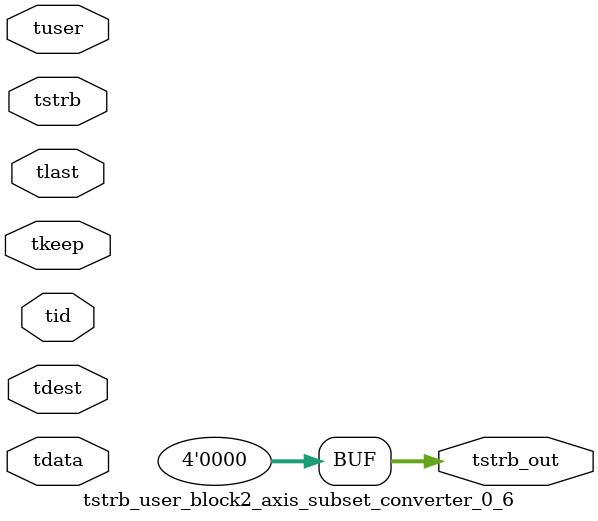
<source format=v>


`timescale 1ps/1ps

module tstrb_user_block2_axis_subset_converter_0_6 #
(
parameter C_S_AXIS_TDATA_WIDTH = 32,
parameter C_S_AXIS_TUSER_WIDTH = 0,
parameter C_S_AXIS_TID_WIDTH   = 0,
parameter C_S_AXIS_TDEST_WIDTH = 0,
parameter C_M_AXIS_TDATA_WIDTH = 32
)
(
input  [(C_S_AXIS_TDATA_WIDTH == 0 ? 1 : C_S_AXIS_TDATA_WIDTH)-1:0     ] tdata,
input  [(C_S_AXIS_TUSER_WIDTH == 0 ? 1 : C_S_AXIS_TUSER_WIDTH)-1:0     ] tuser,
input  [(C_S_AXIS_TID_WIDTH   == 0 ? 1 : C_S_AXIS_TID_WIDTH)-1:0       ] tid,
input  [(C_S_AXIS_TDEST_WIDTH == 0 ? 1 : C_S_AXIS_TDEST_WIDTH)-1:0     ] tdest,
input  [(C_S_AXIS_TDATA_WIDTH/8)-1:0 ] tkeep,
input  [(C_S_AXIS_TDATA_WIDTH/8)-1:0 ] tstrb,
input                                                                    tlast,
output [(C_M_AXIS_TDATA_WIDTH/8)-1:0 ] tstrb_out
);

assign tstrb_out = {1'b0};

endmodule


</source>
